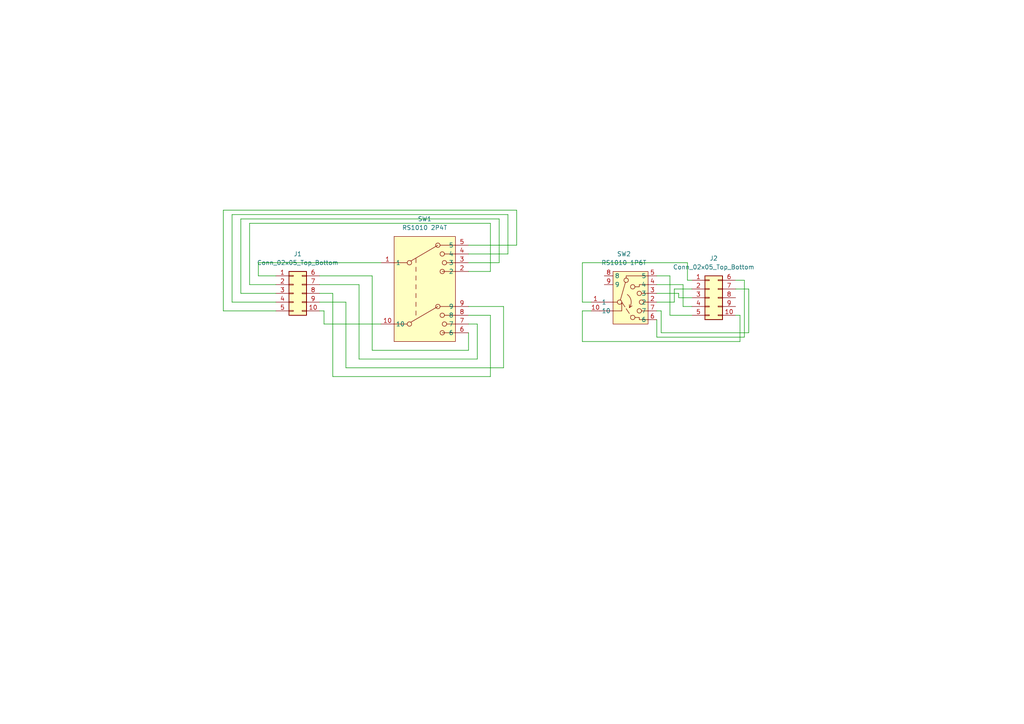
<source format=kicad_sch>
(kicad_sch
	(version 20250114)
	(generator "eeschema")
	(generator_version "9.0")
	(uuid "f76483a3-73b8-4e11-8292-ebc2168d9f77")
	(paper "A4")
	(lib_symbols
		(symbol "Connector_Generic:Conn_02x05_Top_Bottom"
			(pin_names
				(offset 1.016)
				(hide yes)
			)
			(exclude_from_sim no)
			(in_bom yes)
			(on_board yes)
			(property "Reference" "J"
				(at 1.27 7.62 0)
				(effects
					(font
						(size 1.27 1.27)
					)
				)
			)
			(property "Value" "Conn_02x05_Top_Bottom"
				(at 1.27 -7.62 0)
				(effects
					(font
						(size 1.27 1.27)
					)
				)
			)
			(property "Footprint" ""
				(at 0 0 0)
				(effects
					(font
						(size 1.27 1.27)
					)
					(hide yes)
				)
			)
			(property "Datasheet" "~"
				(at 0 0 0)
				(effects
					(font
						(size 1.27 1.27)
					)
					(hide yes)
				)
			)
			(property "Description" "Generic connector, double row, 02x05, top/bottom pin numbering scheme (row 1: 1...pins_per_row, row2: pins_per_row+1 ... num_pins), script generated (kicad-library-utils/schlib/autogen/connector/)"
				(at 0 0 0)
				(effects
					(font
						(size 1.27 1.27)
					)
					(hide yes)
				)
			)
			(property "ki_keywords" "connector"
				(at 0 0 0)
				(effects
					(font
						(size 1.27 1.27)
					)
					(hide yes)
				)
			)
			(property "ki_fp_filters" "Connector*:*_2x??_*"
				(at 0 0 0)
				(effects
					(font
						(size 1.27 1.27)
					)
					(hide yes)
				)
			)
			(symbol "Conn_02x05_Top_Bottom_1_1"
				(rectangle
					(start -1.27 6.35)
					(end 3.81 -6.35)
					(stroke
						(width 0.254)
						(type default)
					)
					(fill
						(type background)
					)
				)
				(rectangle
					(start -1.27 5.207)
					(end 0 4.953)
					(stroke
						(width 0.1524)
						(type default)
					)
					(fill
						(type none)
					)
				)
				(rectangle
					(start -1.27 2.667)
					(end 0 2.413)
					(stroke
						(width 0.1524)
						(type default)
					)
					(fill
						(type none)
					)
				)
				(rectangle
					(start -1.27 0.127)
					(end 0 -0.127)
					(stroke
						(width 0.1524)
						(type default)
					)
					(fill
						(type none)
					)
				)
				(rectangle
					(start -1.27 -2.413)
					(end 0 -2.667)
					(stroke
						(width 0.1524)
						(type default)
					)
					(fill
						(type none)
					)
				)
				(rectangle
					(start -1.27 -4.953)
					(end 0 -5.207)
					(stroke
						(width 0.1524)
						(type default)
					)
					(fill
						(type none)
					)
				)
				(rectangle
					(start 3.81 5.207)
					(end 2.54 4.953)
					(stroke
						(width 0.1524)
						(type default)
					)
					(fill
						(type none)
					)
				)
				(rectangle
					(start 3.81 2.667)
					(end 2.54 2.413)
					(stroke
						(width 0.1524)
						(type default)
					)
					(fill
						(type none)
					)
				)
				(rectangle
					(start 3.81 0.127)
					(end 2.54 -0.127)
					(stroke
						(width 0.1524)
						(type default)
					)
					(fill
						(type none)
					)
				)
				(rectangle
					(start 3.81 -2.413)
					(end 2.54 -2.667)
					(stroke
						(width 0.1524)
						(type default)
					)
					(fill
						(type none)
					)
				)
				(rectangle
					(start 3.81 -4.953)
					(end 2.54 -5.207)
					(stroke
						(width 0.1524)
						(type default)
					)
					(fill
						(type none)
					)
				)
				(pin passive line
					(at -5.08 5.08 0)
					(length 3.81)
					(name "Pin_1"
						(effects
							(font
								(size 1.27 1.27)
							)
						)
					)
					(number "1"
						(effects
							(font
								(size 1.27 1.27)
							)
						)
					)
				)
				(pin passive line
					(at -5.08 2.54 0)
					(length 3.81)
					(name "Pin_2"
						(effects
							(font
								(size 1.27 1.27)
							)
						)
					)
					(number "2"
						(effects
							(font
								(size 1.27 1.27)
							)
						)
					)
				)
				(pin passive line
					(at -5.08 0 0)
					(length 3.81)
					(name "Pin_3"
						(effects
							(font
								(size 1.27 1.27)
							)
						)
					)
					(number "3"
						(effects
							(font
								(size 1.27 1.27)
							)
						)
					)
				)
				(pin passive line
					(at -5.08 -2.54 0)
					(length 3.81)
					(name "Pin_4"
						(effects
							(font
								(size 1.27 1.27)
							)
						)
					)
					(number "4"
						(effects
							(font
								(size 1.27 1.27)
							)
						)
					)
				)
				(pin passive line
					(at -5.08 -5.08 0)
					(length 3.81)
					(name "Pin_5"
						(effects
							(font
								(size 1.27 1.27)
							)
						)
					)
					(number "5"
						(effects
							(font
								(size 1.27 1.27)
							)
						)
					)
				)
				(pin passive line
					(at 7.62 5.08 180)
					(length 3.81)
					(name "Pin_6"
						(effects
							(font
								(size 1.27 1.27)
							)
						)
					)
					(number "6"
						(effects
							(font
								(size 1.27 1.27)
							)
						)
					)
				)
				(pin passive line
					(at 7.62 2.54 180)
					(length 3.81)
					(name "Pin_7"
						(effects
							(font
								(size 1.27 1.27)
							)
						)
					)
					(number "7"
						(effects
							(font
								(size 1.27 1.27)
							)
						)
					)
				)
				(pin passive line
					(at 7.62 0 180)
					(length 3.81)
					(name "Pin_8"
						(effects
							(font
								(size 1.27 1.27)
							)
						)
					)
					(number "8"
						(effects
							(font
								(size 1.27 1.27)
							)
						)
					)
				)
				(pin passive line
					(at 7.62 -2.54 180)
					(length 3.81)
					(name "Pin_9"
						(effects
							(font
								(size 1.27 1.27)
							)
						)
					)
					(number "9"
						(effects
							(font
								(size 1.27 1.27)
							)
						)
					)
				)
				(pin passive line
					(at 7.62 -5.08 180)
					(length 3.81)
					(name "Pin_10"
						(effects
							(font
								(size 1.27 1.27)
							)
						)
					)
					(number "10"
						(effects
							(font
								(size 1.27 1.27)
							)
						)
					)
				)
			)
			(embedded_fonts no)
		)
		(symbol "Przelaczniki:RS1010_1P6T"
			(exclude_from_sim no)
			(in_bom yes)
			(on_board yes)
			(property "Reference" "SW"
				(at 0 0 0)
				(effects
					(font
						(size 1.27 1.27)
					)
				)
			)
			(property "Value" "RS1010 1P6T"
				(at 0 0 0)
				(effects
					(font
						(size 1.27 1.27)
					)
				)
			)
			(property "Footprint" "Przelaczniki:RS1010 1P6T"
				(at 0 0 0)
				(effects
					(font
						(size 1.27 1.27)
					)
					(hide yes)
				)
			)
			(property "Datasheet" ""
				(at 0 0 0)
				(effects
					(font
						(size 1.27 1.27)
					)
					(hide yes)
				)
			)
			(property "Description" ""
				(at 0 0 0)
				(effects
					(font
						(size 1.27 1.27)
					)
					(hide yes)
				)
			)
			(symbol "RS1010_1P6T_0_1"
				(rectangle
					(start -8.89 -3.81)
					(end -5.08 -3.81)
					(stroke
						(width 0)
						(type default)
					)
					(fill
						(type none)
					)
				)
				(polyline
					(pts
						(xy -5.08 -1.27) (xy -8.89 -1.27)
					)
					(stroke
						(width 0)
						(type default)
					)
					(fill
						(type none)
					)
				)
				(polyline
					(pts
						(xy -5.08 -1.27) (xy -3.81 -1.27)
					)
					(stroke
						(width 0)
						(type default)
					)
					(fill
						(type none)
					)
				)
				(circle
					(center -3.175 -1.27)
					(radius 0.635)
					(stroke
						(width 0)
						(type default)
					)
					(fill
						(type none)
					)
				)
				(polyline
					(pts
						(xy -2.9464 -0.6604) (xy -1.4732 4.4704)
					)
					(stroke
						(width 0)
						(type default)
					)
					(fill
						(type none)
					)
				)
				(rectangle
					(start -2.54 -1.27)
					(end -2.54 -3.81)
					(stroke
						(width 0)
						(type default)
					)
					(fill
						(type none)
					)
				)
				(arc
					(start -0.9526 0.9525)
					(mid 0.154 -0.821)
					(end -0.3176 -2.8575)
					(stroke
						(width 0)
						(type default)
					)
					(fill
						(type none)
					)
				)
				(polyline
					(pts
						(xy -2.54 -3.81) (xy -5.08 -3.81)
					)
					(stroke
						(width 0)
						(type default)
					)
					(fill
						(type none)
					)
				)
				(circle
					(center -1.27 5.08)
					(radius 0.635)
					(stroke
						(width 0)
						(type default)
					)
					(fill
						(type none)
					)
				)
				(polyline
					(pts
						(xy -0.3176 -2.8575) (xy -0.3176 -1.9685)
					)
					(stroke
						(width 0)
						(type default)
					)
					(fill
						(type none)
					)
				)
				(polyline
					(pts
						(xy -0.3176 -2.8575) (xy -0.3176 -2.8575)
					)
					(stroke
						(width 0)
						(type default)
					)
					(fill
						(type none)
					)
				)
				(polyline
					(pts
						(xy -0.3176 -2.8575) (xy 0.4444 -2.3495)
					)
					(stroke
						(width 0)
						(type default)
					)
					(fill
						(type none)
					)
				)
				(circle
					(center 0.635 3.175)
					(radius 0.635)
					(stroke
						(width 0)
						(type default)
					)
					(fill
						(type none)
					)
				)
				(circle
					(center 0.635 -5.715)
					(radius 0.635)
					(stroke
						(width 0)
						(type default)
					)
					(fill
						(type none)
					)
				)
				(circle
					(center 2.54 1.27)
					(radius 0.635)
					(stroke
						(width 0)
						(type default)
					)
					(fill
						(type none)
					)
				)
				(circle
					(center 2.54 -3.81)
					(radius 0.635)
					(stroke
						(width 0)
						(type default)
					)
					(fill
						(type none)
					)
				)
				(circle
					(center 3.175 -1.27)
					(radius 0.635)
					(stroke
						(width 0)
						(type default)
					)
					(fill
						(type none)
					)
				)
				(polyline
					(pts
						(xy 5.08 6.35) (xy -1.27 6.35) (xy -1.27 6.35) (xy -1.27 5.715)
					)
					(stroke
						(width 0)
						(type default)
					)
					(fill
						(type none)
					)
				)
				(polyline
					(pts
						(xy 5.08 3.81) (xy 2.54 3.81) (xy 2.54 3.175) (xy 1.27 3.175)
					)
					(stroke
						(width 0)
						(type default)
					)
					(fill
						(type none)
					)
				)
				(polyline
					(pts
						(xy 5.08 1.27) (xy 3.175 1.27)
					)
					(stroke
						(width 0)
						(type default)
					)
					(fill
						(type none)
					)
				)
				(polyline
					(pts
						(xy 5.08 -1.27) (xy 3.81 -1.27)
					)
					(stroke
						(width 0)
						(type default)
					)
					(fill
						(type none)
					)
				)
				(polyline
					(pts
						(xy 5.08 -3.81) (xy 3.175 -3.81)
					)
					(stroke
						(width 0)
						(type default)
					)
					(fill
						(type none)
					)
				)
				(polyline
					(pts
						(xy 5.08 -6.35) (xy 2.54 -6.35) (xy 2.54 -5.715) (xy 1.27 -5.715)
					)
					(stroke
						(width 0)
						(type default)
					)
					(fill
						(type none)
					)
				)
			)
			(symbol "RS1010_1P6T_1_1"
				(polyline
					(pts
						(xy -5.08 7.62) (xy 5.08 7.62) (xy 5.08 -7.62) (xy -5.08 -7.62) (xy -5.08 7.62) (xy -5.08 7.62)
					)
					(stroke
						(width 0)
						(type default)
					)
					(fill
						(type background)
					)
				)
				(polyline
					(pts
						(xy -2.54 -1.27) (xy 0 -5.08)
					)
					(stroke
						(width 0)
						(type dash)
					)
					(fill
						(type none)
					)
				)
				(pin passive line
					(at -11.43 -1.27 0)
					(length 2.54)
					(name "1"
						(effects
							(font
								(size 1.27 1.27)
							)
						)
					)
					(number "1"
						(effects
							(font
								(size 1.27 1.27)
							)
						)
					)
				)
				(pin passive line
					(at -11.43 -3.81 0)
					(length 2.54)
					(name "10"
						(effects
							(font
								(size 1.27 1.27)
							)
						)
					)
					(number "10"
						(effects
							(font
								(size 1.27 1.27)
							)
						)
					)
				)
				(pin passive line
					(at -7.62 6.35 0)
					(length 2.54)
					(name "8"
						(effects
							(font
								(size 1.27 1.27)
							)
						)
					)
					(number "8"
						(effects
							(font
								(size 1.27 1.27)
							)
						)
					)
				)
				(pin passive line
					(at -7.62 3.81 0)
					(length 2.54)
					(name "9"
						(effects
							(font
								(size 1.27 1.27)
							)
						)
					)
					(number "9"
						(effects
							(font
								(size 1.27 1.27)
							)
						)
					)
				)
				(pin passive line
					(at 7.62 6.35 180)
					(length 2.54)
					(name "5"
						(effects
							(font
								(size 1.27 1.27)
							)
						)
					)
					(number "5"
						(effects
							(font
								(size 1.27 1.27)
							)
						)
					)
				)
				(pin passive line
					(at 7.62 3.81 180)
					(length 2.54)
					(name "4"
						(effects
							(font
								(size 1.27 1.27)
							)
						)
					)
					(number "4"
						(effects
							(font
								(size 1.27 1.27)
							)
						)
					)
				)
				(pin passive line
					(at 7.62 1.27 180)
					(length 2.54)
					(name "3"
						(effects
							(font
								(size 1.27 1.27)
							)
						)
					)
					(number "3"
						(effects
							(font
								(size 1.27 1.27)
							)
						)
					)
				)
				(pin passive line
					(at 7.62 -1.27 180)
					(length 2.54)
					(name "2"
						(effects
							(font
								(size 1.27 1.27)
							)
						)
					)
					(number "2"
						(effects
							(font
								(size 1.27 1.27)
							)
						)
					)
				)
				(pin passive line
					(at 7.62 -3.81 180)
					(length 2.54)
					(name "7"
						(effects
							(font
								(size 1.27 1.27)
							)
						)
					)
					(number "7"
						(effects
							(font
								(size 1.27 1.27)
							)
						)
					)
				)
				(pin passive line
					(at 7.62 -6.35 180)
					(length 2.54)
					(name "6"
						(effects
							(font
								(size 1.27 1.27)
							)
						)
					)
					(number "6"
						(effects
							(font
								(size 1.27 1.27)
							)
						)
					)
				)
			)
			(embedded_fonts no)
		)
		(symbol "Przelaczniki:RS1010_2P4T"
			(exclude_from_sim no)
			(in_bom yes)
			(on_board yes)
			(property "Reference" "SW"
				(at 0 0 0)
				(effects
					(font
						(size 1.27 1.27)
					)
				)
			)
			(property "Value" "RS1010 2P4T"
				(at 0 0 0)
				(effects
					(font
						(size 1.27 1.27)
					)
				)
			)
			(property "Footprint" "Przelaczniki:RS1010 2P4T"
				(at 0 0 0)
				(effects
					(font
						(size 1.27 1.27)
					)
					(hide yes)
				)
			)
			(property "Datasheet" ""
				(at 0 0 0)
				(effects
					(font
						(size 1.27 1.27)
					)
					(hide yes)
				)
			)
			(property "Description" ""
				(at 0 0 0)
				(effects
					(font
						(size 1.27 1.27)
					)
					(hide yes)
				)
			)
			(symbol "RS1010_2P4T_0_0"
				(circle
					(center -5.715 6.35)
					(radius 0.635)
					(stroke
						(width 0)
						(type default)
					)
					(fill
						(type none)
					)
				)
				(circle
					(center -5.715 -11.43)
					(radius 0.635)
					(stroke
						(width 0)
						(type default)
					)
					(fill
						(type none)
					)
				)
				(polyline
					(pts
						(xy -5.334 -10.922) (xy 2.54 -6.35)
					)
					(stroke
						(width 0)
						(type default)
					)
					(fill
						(type none)
					)
				)
				(polyline
					(pts
						(xy -5.2832 6.858) (xy 2.54 11.43)
					)
					(stroke
						(width 0)
						(type default)
					)
					(fill
						(type none)
					)
				)
				(polyline
					(pts
						(xy -3.81 6.35) (xy -3.81 7.62)
					)
					(stroke
						(width 0)
						(type default)
					)
					(fill
						(type none)
					)
				)
				(polyline
					(pts
						(xy -3.81 3.81) (xy -3.81 5.08)
					)
					(stroke
						(width 0)
						(type default)
					)
					(fill
						(type none)
					)
				)
				(polyline
					(pts
						(xy -3.81 1.27) (xy -3.81 2.54)
					)
					(stroke
						(width 0)
						(type default)
					)
					(fill
						(type none)
					)
				)
				(polyline
					(pts
						(xy -3.81 -1.27) (xy -3.81 0)
					)
					(stroke
						(width 0)
						(type default)
					)
					(fill
						(type none)
					)
				)
				(polyline
					(pts
						(xy -3.81 -3.81) (xy -3.81 -2.54)
					)
					(stroke
						(width 0)
						(type default)
					)
					(fill
						(type none)
					)
				)
				(polyline
					(pts
						(xy -3.81 -6.35) (xy -3.81 -5.08)
					)
					(stroke
						(width 0)
						(type default)
					)
					(fill
						(type none)
					)
				)
				(polyline
					(pts
						(xy -3.81 -8.89) (xy -3.81 -7.62)
					)
					(stroke
						(width 0)
						(type default)
					)
					(fill
						(type none)
					)
				)
				(circle
					(center 2.54 11.43)
					(radius 0.635)
					(stroke
						(width 0)
						(type default)
					)
					(fill
						(type none)
					)
				)
				(circle
					(center 2.54 -6.35)
					(radius 0.635)
					(stroke
						(width 0)
						(type default)
					)
					(fill
						(type none)
					)
				)
				(polyline
					(pts
						(xy 3.175 11.43) (xy 7.62 11.43)
					)
					(stroke
						(width 0)
						(type default)
					)
					(fill
						(type none)
					)
				)
				(polyline
					(pts
						(xy 3.175 -6.35) (xy 7.62 -6.35)
					)
					(stroke
						(width 0)
						(type default)
					)
					(fill
						(type none)
					)
				)
				(circle
					(center 3.81 8.89)
					(radius 0.635)
					(stroke
						(width 0)
						(type default)
					)
					(fill
						(type none)
					)
				)
				(circle
					(center 3.81 3.81)
					(radius 0.635)
					(stroke
						(width 0)
						(type default)
					)
					(fill
						(type none)
					)
				)
				(circle
					(center 3.81 -8.89)
					(radius 0.635)
					(stroke
						(width 0)
						(type default)
					)
					(fill
						(type none)
					)
				)
				(circle
					(center 3.81 -13.97)
					(radius 0.635)
					(stroke
						(width 0)
						(type default)
					)
					(fill
						(type none)
					)
				)
				(polyline
					(pts
						(xy 4.445 8.89) (xy 7.62 8.89)
					)
					(stroke
						(width 0)
						(type default)
					)
					(fill
						(type none)
					)
				)
				(circle
					(center 4.445 6.35)
					(radius 0.635)
					(stroke
						(width 0)
						(type default)
					)
					(fill
						(type none)
					)
				)
				(polyline
					(pts
						(xy 4.445 -8.89) (xy 7.62 -8.89)
					)
					(stroke
						(width 0)
						(type default)
					)
					(fill
						(type none)
					)
				)
				(circle
					(center 4.445 -11.43)
					(radius 0.635)
					(stroke
						(width 0)
						(type default)
					)
					(fill
						(type none)
					)
				)
				(polyline
					(pts
						(xy 5.08 6.35) (xy 7.62 6.35)
					)
					(stroke
						(width 0)
						(type default)
					)
					(fill
						(type none)
					)
				)
			)
			(symbol "RS1010_2P4T_0_1"
				(rectangle
					(start -10.16 13.97)
					(end 7.62 -16.51)
					(stroke
						(width 0)
						(type default)
					)
					(fill
						(type background)
					)
				)
				(polyline
					(pts
						(xy -6.4008 -11.43) (xy -10.16 -11.43)
					)
					(stroke
						(width 0)
						(type default)
					)
					(fill
						(type none)
					)
				)
				(polyline
					(pts
						(xy -6.35 6.35) (xy -10.16 6.35)
					)
					(stroke
						(width 0)
						(type default)
					)
					(fill
						(type none)
					)
				)
				(polyline
					(pts
						(xy 3.81 3.81) (xy 7.62 3.81)
					)
					(stroke
						(width 0)
						(type default)
					)
					(fill
						(type none)
					)
				)
				(polyline
					(pts
						(xy 3.81 -13.97) (xy 3.81 -13.97)
					)
					(stroke
						(width 0)
						(type default)
					)
					(fill
						(type none)
					)
				)
				(polyline
					(pts
						(xy 5.08 -11.43) (xy 7.62 -11.43)
					)
					(stroke
						(width 0)
						(type default)
					)
					(fill
						(type none)
					)
				)
				(polyline
					(pts
						(xy 7.62 -13.97) (xy 3.81 -13.97)
					)
					(stroke
						(width 0)
						(type default)
					)
					(fill
						(type none)
					)
				)
			)
			(symbol "RS1010_2P4T_1_1"
				(pin passive line
					(at -13.97 6.35 0)
					(length 3.81)
					(name "1"
						(effects
							(font
								(size 1.27 1.27)
							)
						)
					)
					(number "1"
						(effects
							(font
								(size 1.27 1.27)
							)
						)
					)
				)
				(pin passive line
					(at -13.97 -11.43 0)
					(length 3.81)
					(name "10"
						(effects
							(font
								(size 1.27 1.27)
							)
						)
					)
					(number "10"
						(effects
							(font
								(size 1.27 1.27)
							)
						)
					)
				)
				(pin passive line
					(at 11.43 11.43 180)
					(length 3.81)
					(name "5"
						(effects
							(font
								(size 1.27 1.27)
							)
						)
					)
					(number "5"
						(effects
							(font
								(size 1.27 1.27)
							)
						)
					)
				)
				(pin passive line
					(at 11.43 8.89 180)
					(length 3.81)
					(name "4"
						(effects
							(font
								(size 1.27 1.27)
							)
						)
					)
					(number "4"
						(effects
							(font
								(size 1.27 1.27)
							)
						)
					)
				)
				(pin passive line
					(at 11.43 6.35 180)
					(length 3.81)
					(name "3"
						(effects
							(font
								(size 1.27 1.27)
							)
						)
					)
					(number "3"
						(effects
							(font
								(size 1.27 1.27)
							)
						)
					)
				)
				(pin passive line
					(at 11.43 3.81 180)
					(length 3.81)
					(name "2"
						(effects
							(font
								(size 1.27 1.27)
							)
						)
					)
					(number "2"
						(effects
							(font
								(size 1.27 1.27)
							)
						)
					)
				)
				(pin passive line
					(at 11.43 -6.35 180)
					(length 3.81)
					(name "9"
						(effects
							(font
								(size 1.27 1.27)
							)
						)
					)
					(number "9"
						(effects
							(font
								(size 1.27 1.27)
							)
						)
					)
				)
				(pin passive line
					(at 11.43 -8.89 180)
					(length 3.81)
					(name "8"
						(effects
							(font
								(size 1.27 1.27)
							)
						)
					)
					(number "8"
						(effects
							(font
								(size 1.27 1.27)
							)
						)
					)
				)
				(pin passive line
					(at 11.43 -11.43 180)
					(length 3.81)
					(name "7"
						(effects
							(font
								(size 1.27 1.27)
							)
						)
					)
					(number "7"
						(effects
							(font
								(size 1.27 1.27)
							)
						)
					)
				)
				(pin passive line
					(at 11.43 -13.97 180)
					(length 3.81)
					(name "6"
						(effects
							(font
								(size 1.27 1.27)
							)
						)
					)
					(number "6"
						(effects
							(font
								(size 1.27 1.27)
							)
						)
					)
				)
			)
			(embedded_fonts no)
		)
	)
	(wire
		(pts
			(xy 199.39 81.28) (xy 199.39 76.2)
		)
		(stroke
			(width 0)
			(type default)
		)
		(uuid "0239f350-0655-4862-b331-a27e7f985058")
	)
	(wire
		(pts
			(xy 69.85 63.5) (xy 69.85 85.09)
		)
		(stroke
			(width 0)
			(type default)
		)
		(uuid "063f9ec8-faa9-4555-be27-e9c0bae439e8")
	)
	(wire
		(pts
			(xy 92.71 87.63) (xy 100.33 87.63)
		)
		(stroke
			(width 0)
			(type default)
		)
		(uuid "0850d44d-a961-461a-bd1c-6ad46f3a5a36")
	)
	(wire
		(pts
			(xy 196.85 86.36) (xy 200.66 86.36)
		)
		(stroke
			(width 0)
			(type default)
		)
		(uuid "08ae6784-694a-46ae-804d-8dbd58ed141a")
	)
	(wire
		(pts
			(xy 142.24 64.77) (xy 72.39 64.77)
		)
		(stroke
			(width 0)
			(type default)
		)
		(uuid "08cc0bb4-7a12-42fd-bc07-af0bf1cfe341")
	)
	(wire
		(pts
			(xy 64.77 90.17) (xy 80.01 90.17)
		)
		(stroke
			(width 0)
			(type default)
		)
		(uuid "11e544e7-74c5-4269-ae20-97a77cafd460")
	)
	(wire
		(pts
			(xy 191.77 90.17) (xy 191.77 96.52)
		)
		(stroke
			(width 0)
			(type default)
		)
		(uuid "1428f054-dd1c-42f3-bb3e-c4f865d8f82f")
	)
	(wire
		(pts
			(xy 135.89 78.74) (xy 142.24 78.74)
		)
		(stroke
			(width 0)
			(type default)
		)
		(uuid "1674dba2-74b5-4f3e-a94f-1f70b65ed9aa")
	)
	(wire
		(pts
			(xy 92.71 82.55) (xy 104.14 82.55)
		)
		(stroke
			(width 0)
			(type default)
		)
		(uuid "1a1aebe4-aa57-4287-af30-a04835a5d159")
	)
	(wire
		(pts
			(xy 72.39 82.55) (xy 80.01 82.55)
		)
		(stroke
			(width 0)
			(type default)
		)
		(uuid "1a3e7efc-0cb5-4226-9bcc-a4a2dd7a4402")
	)
	(wire
		(pts
			(xy 217.17 96.52) (xy 217.17 83.82)
		)
		(stroke
			(width 0)
			(type default)
		)
		(uuid "2054e6c8-2c42-4f3e-899b-89f3c68651dc")
	)
	(wire
		(pts
			(xy 168.91 76.2) (xy 168.91 87.63)
		)
		(stroke
			(width 0)
			(type default)
		)
		(uuid "2718b108-407d-4f96-83be-50ee0f9c99d8")
	)
	(wire
		(pts
			(xy 74.93 80.01) (xy 80.01 80.01)
		)
		(stroke
			(width 0)
			(type default)
		)
		(uuid "271c0aba-394f-4e14-8a0c-de1729a25ac0")
	)
	(wire
		(pts
			(xy 135.89 101.6) (xy 135.89 96.52)
		)
		(stroke
			(width 0)
			(type default)
		)
		(uuid "28703654-30f8-4d1b-8ca5-e8723a3cead3")
	)
	(wire
		(pts
			(xy 196.85 85.09) (xy 196.85 86.36)
		)
		(stroke
			(width 0)
			(type default)
		)
		(uuid "2919d342-d3be-435d-9acd-d337e5619aa3")
	)
	(wire
		(pts
			(xy 67.31 87.63) (xy 80.01 87.63)
		)
		(stroke
			(width 0)
			(type default)
		)
		(uuid "315c40ce-4dfa-4975-810a-1f6936eefadf")
	)
	(wire
		(pts
			(xy 144.78 63.5) (xy 69.85 63.5)
		)
		(stroke
			(width 0)
			(type default)
		)
		(uuid "33e5d36e-9664-4078-8921-29975f6a6b93")
	)
	(wire
		(pts
			(xy 168.91 90.17) (xy 168.91 99.06)
		)
		(stroke
			(width 0)
			(type default)
		)
		(uuid "3f44d566-6c8a-426d-9fc1-a8f20e97fe53")
	)
	(wire
		(pts
			(xy 96.52 85.09) (xy 96.52 109.22)
		)
		(stroke
			(width 0)
			(type default)
		)
		(uuid "44b99893-956d-4c2c-bf5a-a20a28ddc3da")
	)
	(wire
		(pts
			(xy 149.86 71.12) (xy 149.86 60.96)
		)
		(stroke
			(width 0)
			(type default)
		)
		(uuid "486bfdcf-04dd-4c1a-acab-d05cdd5db634")
	)
	(wire
		(pts
			(xy 198.12 82.55) (xy 198.12 88.9)
		)
		(stroke
			(width 0)
			(type default)
		)
		(uuid "50b34420-e9c9-4d26-a32c-00cf8f72c51d")
	)
	(wire
		(pts
			(xy 190.5 82.55) (xy 198.12 82.55)
		)
		(stroke
			(width 0)
			(type default)
		)
		(uuid "52342996-292c-4113-899f-54b460689497")
	)
	(wire
		(pts
			(xy 190.5 97.79) (xy 215.9 97.79)
		)
		(stroke
			(width 0)
			(type default)
		)
		(uuid "53a9b1e5-9206-49eb-9130-3fe9de2e18aa")
	)
	(wire
		(pts
			(xy 104.14 104.14) (xy 138.43 104.14)
		)
		(stroke
			(width 0)
			(type default)
		)
		(uuid "563203bc-1caf-4764-b470-20a95a8af6c6")
	)
	(wire
		(pts
			(xy 142.24 109.22) (xy 142.24 91.44)
		)
		(stroke
			(width 0)
			(type default)
		)
		(uuid "586fef08-7f4d-4b16-aaf1-e0d1caaf6aac")
	)
	(wire
		(pts
			(xy 142.24 78.74) (xy 142.24 64.77)
		)
		(stroke
			(width 0)
			(type default)
		)
		(uuid "59b75076-6e93-49fe-9890-4a2841ed76a5")
	)
	(wire
		(pts
			(xy 67.31 62.23) (xy 67.31 87.63)
		)
		(stroke
			(width 0)
			(type default)
		)
		(uuid "63783c9d-b1b0-48b5-8035-9177be9b1c32")
	)
	(wire
		(pts
			(xy 200.66 81.28) (xy 199.39 81.28)
		)
		(stroke
			(width 0)
			(type default)
		)
		(uuid "687cf8a6-6289-436a-8c97-6a014771dbe7")
	)
	(wire
		(pts
			(xy 194.31 80.01) (xy 194.31 91.44)
		)
		(stroke
			(width 0)
			(type default)
		)
		(uuid "6bd40c50-91bd-4a12-98b3-5a49a73a7944")
	)
	(wire
		(pts
			(xy 92.71 80.01) (xy 107.95 80.01)
		)
		(stroke
			(width 0)
			(type default)
		)
		(uuid "6cf82454-006d-4891-8ef2-17a6a69bbfd7")
	)
	(wire
		(pts
			(xy 135.89 88.9) (xy 146.05 88.9)
		)
		(stroke
			(width 0)
			(type default)
		)
		(uuid "6d415f56-8469-4c3f-b29b-2b8798a8adcc")
	)
	(wire
		(pts
			(xy 69.85 85.09) (xy 80.01 85.09)
		)
		(stroke
			(width 0)
			(type default)
		)
		(uuid "6d48082a-dd00-45b3-be0e-e1880bb6baa3")
	)
	(wire
		(pts
			(xy 190.5 85.09) (xy 196.85 85.09)
		)
		(stroke
			(width 0)
			(type default)
		)
		(uuid "706989c4-726f-4b6a-9d7a-0db2275d8839")
	)
	(wire
		(pts
			(xy 147.32 73.66) (xy 147.32 62.23)
		)
		(stroke
			(width 0)
			(type default)
		)
		(uuid "737defed-8de0-403d-bae9-506d42c19a84")
	)
	(wire
		(pts
			(xy 93.98 90.17) (xy 92.71 90.17)
		)
		(stroke
			(width 0)
			(type default)
		)
		(uuid "79af774e-ec8d-4572-9de2-22a54748d74a")
	)
	(wire
		(pts
			(xy 217.17 83.82) (xy 213.36 83.82)
		)
		(stroke
			(width 0)
			(type default)
		)
		(uuid "7a41582d-3f4f-4d2f-90d7-8ac9de32b950")
	)
	(wire
		(pts
			(xy 138.43 104.14) (xy 138.43 93.98)
		)
		(stroke
			(width 0)
			(type default)
		)
		(uuid "7bbb1ebd-0b43-4699-a16e-53f2d81afaf8")
	)
	(wire
		(pts
			(xy 147.32 62.23) (xy 67.31 62.23)
		)
		(stroke
			(width 0)
			(type default)
		)
		(uuid "80a51880-3659-4f86-b49a-6dbfc6ed4a1f")
	)
	(wire
		(pts
			(xy 190.5 80.01) (xy 194.31 80.01)
		)
		(stroke
			(width 0)
			(type default)
		)
		(uuid "821689ee-f9e4-4284-86f6-d45bb6bb6c38")
	)
	(wire
		(pts
			(xy 107.95 80.01) (xy 107.95 101.6)
		)
		(stroke
			(width 0)
			(type default)
		)
		(uuid "82fd97f6-50e0-42e7-bf80-591cd8ad2cb4")
	)
	(wire
		(pts
			(xy 146.05 106.68) (xy 146.05 88.9)
		)
		(stroke
			(width 0)
			(type default)
		)
		(uuid "831ca370-a0d1-4a7b-8dc0-67b7490b605a")
	)
	(wire
		(pts
			(xy 138.43 93.98) (xy 135.89 93.98)
		)
		(stroke
			(width 0)
			(type default)
		)
		(uuid "8497dc40-53a0-4e5b-a711-d1fe119024e3")
	)
	(wire
		(pts
			(xy 135.89 71.12) (xy 149.86 71.12)
		)
		(stroke
			(width 0)
			(type default)
		)
		(uuid "8c99d1be-b47c-4377-8115-49660eb77b6f")
	)
	(wire
		(pts
			(xy 74.93 76.2) (xy 74.93 80.01)
		)
		(stroke
			(width 0)
			(type default)
		)
		(uuid "900ed282-81e5-4491-8fdf-6be20167fb0e")
	)
	(wire
		(pts
			(xy 72.39 64.77) (xy 72.39 82.55)
		)
		(stroke
			(width 0)
			(type default)
		)
		(uuid "98261127-89ba-4c42-9d16-31ed46e6d100")
	)
	(wire
		(pts
			(xy 100.33 87.63) (xy 100.33 106.68)
		)
		(stroke
			(width 0)
			(type default)
		)
		(uuid "9a37c3d6-6e65-4452-aad2-884ab01df4b6")
	)
	(wire
		(pts
			(xy 190.5 92.71) (xy 190.5 97.79)
		)
		(stroke
			(width 0)
			(type default)
		)
		(uuid "a42b6ddf-447e-44d1-9815-368873e8d3f0")
	)
	(wire
		(pts
			(xy 214.63 91.44) (xy 213.36 91.44)
		)
		(stroke
			(width 0)
			(type default)
		)
		(uuid "a55c7a88-c9af-4f8d-a57d-aff0af51bf4f")
	)
	(wire
		(pts
			(xy 135.89 76.2) (xy 144.78 76.2)
		)
		(stroke
			(width 0)
			(type default)
		)
		(uuid "a5b402a6-2796-452b-8040-85c7e7f35051")
	)
	(wire
		(pts
			(xy 135.89 91.44) (xy 142.24 91.44)
		)
		(stroke
			(width 0)
			(type default)
		)
		(uuid "a78bccb3-db76-42e4-bce6-b57d86e34c47")
	)
	(wire
		(pts
			(xy 100.33 106.68) (xy 146.05 106.68)
		)
		(stroke
			(width 0)
			(type default)
		)
		(uuid "abe75fa2-0a98-4603-825c-c29ee10a657a")
	)
	(wire
		(pts
			(xy 93.98 93.98) (xy 110.49 93.98)
		)
		(stroke
			(width 0)
			(type default)
		)
		(uuid "ae781a95-3550-4a59-903c-6048639c2f28")
	)
	(wire
		(pts
			(xy 168.91 99.06) (xy 214.63 99.06)
		)
		(stroke
			(width 0)
			(type default)
		)
		(uuid "aec08b61-25f0-42c6-b8ad-d68e5a43bd33")
	)
	(wire
		(pts
			(xy 135.89 73.66) (xy 147.32 73.66)
		)
		(stroke
			(width 0)
			(type default)
		)
		(uuid "b84151b8-30e7-4fa1-a432-cade557dd87f")
	)
	(wire
		(pts
			(xy 92.71 85.09) (xy 96.52 85.09)
		)
		(stroke
			(width 0)
			(type default)
		)
		(uuid "ba49f86d-e978-4449-8498-713b8dbb40e5")
	)
	(wire
		(pts
			(xy 190.5 87.63) (xy 195.58 87.63)
		)
		(stroke
			(width 0)
			(type default)
		)
		(uuid "bac51bec-b608-4aee-9fe4-42478162ea6d")
	)
	(wire
		(pts
			(xy 144.78 76.2) (xy 144.78 63.5)
		)
		(stroke
			(width 0)
			(type default)
		)
		(uuid "bd968709-28cb-4152-861a-e3c85be575ac")
	)
	(wire
		(pts
			(xy 215.9 81.28) (xy 213.36 81.28)
		)
		(stroke
			(width 0)
			(type default)
		)
		(uuid "bf4387be-4a39-4aa8-837d-4bbe19f976be")
	)
	(wire
		(pts
			(xy 190.5 90.17) (xy 191.77 90.17)
		)
		(stroke
			(width 0)
			(type default)
		)
		(uuid "c0bc6e37-cfa0-4967-9417-72512c394930")
	)
	(wire
		(pts
			(xy 64.77 60.96) (xy 64.77 90.17)
		)
		(stroke
			(width 0)
			(type default)
		)
		(uuid "c3bdb720-f37c-45ee-8ee6-111661c018a5")
	)
	(wire
		(pts
			(xy 171.45 90.17) (xy 168.91 90.17)
		)
		(stroke
			(width 0)
			(type default)
		)
		(uuid "c41bede1-604a-4343-ad6a-7f52fa612240")
	)
	(wire
		(pts
			(xy 104.14 82.55) (xy 104.14 104.14)
		)
		(stroke
			(width 0)
			(type default)
		)
		(uuid "caa8e2d1-05af-411d-9372-337a1dcba0cd")
	)
	(wire
		(pts
			(xy 191.77 96.52) (xy 217.17 96.52)
		)
		(stroke
			(width 0)
			(type default)
		)
		(uuid "cc6d2e0e-209b-4ce2-9645-156c462a450b")
	)
	(wire
		(pts
			(xy 168.91 76.2) (xy 199.39 76.2)
		)
		(stroke
			(width 0)
			(type default)
		)
		(uuid "d176d146-486c-4ad5-b736-cc43258e4b8d")
	)
	(wire
		(pts
			(xy 96.52 109.22) (xy 142.24 109.22)
		)
		(stroke
			(width 0)
			(type default)
		)
		(uuid "d2668cd2-f1a1-441b-998a-ed9b3059a43b")
	)
	(wire
		(pts
			(xy 215.9 97.79) (xy 215.9 81.28)
		)
		(stroke
			(width 0)
			(type default)
		)
		(uuid "d3eeb937-23bd-4331-aa46-6445e5e8c72d")
	)
	(wire
		(pts
			(xy 194.31 91.44) (xy 200.66 91.44)
		)
		(stroke
			(width 0)
			(type default)
		)
		(uuid "d9789a18-0663-472f-8a54-b9689b57e5df")
	)
	(wire
		(pts
			(xy 149.86 60.96) (xy 64.77 60.96)
		)
		(stroke
			(width 0)
			(type default)
		)
		(uuid "daa0abc7-a623-4271-b729-8bb4dccb3023")
	)
	(wire
		(pts
			(xy 110.49 76.2) (xy 74.93 76.2)
		)
		(stroke
			(width 0)
			(type default)
		)
		(uuid "e21224cf-ad37-4d72-ba41-c370218f3867")
	)
	(wire
		(pts
			(xy 93.98 90.17) (xy 93.98 93.98)
		)
		(stroke
			(width 0)
			(type default)
		)
		(uuid "e240719a-f05d-48c5-b8fe-1910995e4ad6")
	)
	(wire
		(pts
			(xy 195.58 87.63) (xy 195.58 83.82)
		)
		(stroke
			(width 0)
			(type default)
		)
		(uuid "e6efbbfd-33af-4d25-98ea-e2a3e7c58d1f")
	)
	(wire
		(pts
			(xy 214.63 99.06) (xy 214.63 91.44)
		)
		(stroke
			(width 0)
			(type default)
		)
		(uuid "ec0661f4-2f68-46cb-a12e-2e57cee7580a")
	)
	(wire
		(pts
			(xy 107.95 101.6) (xy 135.89 101.6)
		)
		(stroke
			(width 0)
			(type default)
		)
		(uuid "ee02e86b-6251-4c44-83fc-ad25480b8796")
	)
	(wire
		(pts
			(xy 198.12 88.9) (xy 200.66 88.9)
		)
		(stroke
			(width 0)
			(type default)
		)
		(uuid "f1652783-618a-473a-9641-f119bc251cc1")
	)
	(wire
		(pts
			(xy 195.58 83.82) (xy 200.66 83.82)
		)
		(stroke
			(width 0)
			(type default)
		)
		(uuid "f29db542-93f1-4191-8974-427ad316e4fd")
	)
	(wire
		(pts
			(xy 168.91 87.63) (xy 171.45 87.63)
		)
		(stroke
			(width 0)
			(type default)
		)
		(uuid "f2ccc476-f2e3-40ab-aa5d-7e596b324c2f")
	)
	(symbol
		(lib_id "Connector_Generic:Conn_02x05_Top_Bottom")
		(at 205.74 86.36 0)
		(unit 1)
		(exclude_from_sim no)
		(in_bom yes)
		(on_board yes)
		(dnp no)
		(fields_autoplaced yes)
		(uuid "0ad38180-241f-45fd-b53c-1ec4606fd11c")
		(property "Reference" "J2"
			(at 207.01 74.93 0)
			(effects
				(font
					(size 1.27 1.27)
				)
			)
		)
		(property "Value" "Conn_02x05_Top_Bottom"
			(at 207.01 77.47 0)
			(effects
				(font
					(size 1.27 1.27)
				)
			)
		)
		(property "Footprint" "Connector_JST:JST_PHD_B10B-PHDSS_2x05_P2.00mm_Vertical"
			(at 205.74 86.36 0)
			(effects
				(font
					(size 1.27 1.27)
				)
				(hide yes)
			)
		)
		(property "Datasheet" "~"
			(at 205.74 86.36 0)
			(effects
				(font
					(size 1.27 1.27)
				)
				(hide yes)
			)
		)
		(property "Description" "Generic connector, double row, 02x05, top/bottom pin numbering scheme (row 1: 1...pins_per_row, row2: pins_per_row+1 ... num_pins), script generated (kicad-library-utils/schlib/autogen/connector/)"
			(at 205.74 86.36 0)
			(effects
				(font
					(size 1.27 1.27)
				)
				(hide yes)
			)
		)
		(pin "4"
			(uuid "f46244c5-217e-4ce6-9b9f-385ecea79fb2")
		)
		(pin "10"
			(uuid "f9b99a8e-1a2c-498c-9931-e5cb79469684")
		)
		(pin "5"
			(uuid "67f78c39-f065-467e-bc2f-81e277e08962")
		)
		(pin "9"
			(uuid "079bc54b-935d-4a3d-a24a-ff19ae4fe71c")
		)
		(pin "8"
			(uuid "fd775643-6606-4e92-a779-de8fd54b7538")
		)
		(pin "1"
			(uuid "7b5f9afa-457f-4637-8931-a8740090c67d")
		)
		(pin "3"
			(uuid "9f51e38c-3f55-42b4-a8a9-ef22cb4131f9")
		)
		(pin "6"
			(uuid "9412cb68-8af0-4538-b461-0115fa6c4fc3")
		)
		(pin "2"
			(uuid "d8ec470e-74d6-4aac-a83e-e376a8c9b579")
		)
		(pin "7"
			(uuid "a84a8a46-e3ed-407e-9a28-be0ca97d6e90")
		)
		(instances
			(project ""
				(path "/f76483a3-73b8-4e11-8292-ebc2168d9f77"
					(reference "J2")
					(unit 1)
				)
			)
		)
	)
	(symbol
		(lib_id "Connector_Generic:Conn_02x05_Top_Bottom")
		(at 85.09 85.09 0)
		(unit 1)
		(exclude_from_sim no)
		(in_bom yes)
		(on_board yes)
		(dnp no)
		(fields_autoplaced yes)
		(uuid "31ff8f81-cccf-43b9-b0ae-048c24abbe27")
		(property "Reference" "J1"
			(at 86.36 73.66 0)
			(effects
				(font
					(size 1.27 1.27)
				)
			)
		)
		(property "Value" "Conn_02x05_Top_Bottom"
			(at 86.36 76.2 0)
			(effects
				(font
					(size 1.27 1.27)
				)
			)
		)
		(property "Footprint" "Connector_JST:JST_PHD_B10B-PHDSS_2x05_P2.00mm_Vertical"
			(at 85.09 85.09 0)
			(effects
				(font
					(size 1.27 1.27)
				)
				(hide yes)
			)
		)
		(property "Datasheet" "~"
			(at 85.09 85.09 0)
			(effects
				(font
					(size 1.27 1.27)
				)
				(hide yes)
			)
		)
		(property "Description" "Generic connector, double row, 02x05, top/bottom pin numbering scheme (row 1: 1...pins_per_row, row2: pins_per_row+1 ... num_pins), script generated (kicad-library-utils/schlib/autogen/connector/)"
			(at 85.09 85.09 0)
			(effects
				(font
					(size 1.27 1.27)
				)
				(hide yes)
			)
		)
		(pin "4"
			(uuid "f46244c5-217e-4ce6-9b9f-385ecea79fb2")
		)
		(pin "10"
			(uuid "f9b99a8e-1a2c-498c-9931-e5cb79469684")
		)
		(pin "5"
			(uuid "67f78c39-f065-467e-bc2f-81e277e08962")
		)
		(pin "9"
			(uuid "079bc54b-935d-4a3d-a24a-ff19ae4fe71c")
		)
		(pin "8"
			(uuid "fd775643-6606-4e92-a779-de8fd54b7538")
		)
		(pin "1"
			(uuid "7b5f9afa-457f-4637-8931-a8740090c67d")
		)
		(pin "3"
			(uuid "9f51e38c-3f55-42b4-a8a9-ef22cb4131f9")
		)
		(pin "6"
			(uuid "9412cb68-8af0-4538-b461-0115fa6c4fc3")
		)
		(pin "2"
			(uuid "d8ec470e-74d6-4aac-a83e-e376a8c9b579")
		)
		(pin "7"
			(uuid "a84a8a46-e3ed-407e-9a28-be0ca97d6e90")
		)
		(instances
			(project ""
				(path "/f76483a3-73b8-4e11-8292-ebc2168d9f77"
					(reference "J1")
					(unit 1)
				)
			)
		)
	)
	(symbol
		(lib_id "Przelaczniki:RS1010_1P6T")
		(at 182.88 86.36 0)
		(unit 1)
		(exclude_from_sim no)
		(in_bom yes)
		(on_board yes)
		(dnp no)
		(fields_autoplaced yes)
		(uuid "3c6cb243-23d6-4e9f-8269-e088ced47ac6")
		(property "Reference" "SW2"
			(at 180.975 73.66 0)
			(effects
				(font
					(size 1.27 1.27)
				)
			)
		)
		(property "Value" "RS1010 1P6T"
			(at 180.975 76.2 0)
			(effects
				(font
					(size 1.27 1.27)
				)
			)
		)
		(property "Footprint" "Przelaczniki:RS1010 1P6T"
			(at 182.88 86.36 0)
			(effects
				(font
					(size 1.27 1.27)
				)
				(hide yes)
			)
		)
		(property "Datasheet" ""
			(at 182.88 86.36 0)
			(effects
				(font
					(size 1.27 1.27)
				)
				(hide yes)
			)
		)
		(property "Description" ""
			(at 182.88 86.36 0)
			(effects
				(font
					(size 1.27 1.27)
				)
				(hide yes)
			)
		)
		(pin "10"
			(uuid "780b5ebb-a9d9-4201-80bd-537fa0bf92f9")
		)
		(pin "1"
			(uuid "7e942b20-d98a-47df-a8ee-b0ef67279256")
		)
		(pin "8"
			(uuid "10a9e39c-b8d8-44f1-b022-2d054590c94b")
		)
		(pin "5"
			(uuid "32bff2f1-deaa-4ca3-96a8-a13c13fe8e5e")
		)
		(pin "2"
			(uuid "2290bff7-57da-4099-bb68-53de643ba1ea")
		)
		(pin "3"
			(uuid "82fd5014-0d3a-4526-9621-7d27d6056836")
		)
		(pin "6"
			(uuid "dacadc1f-1fff-4b51-a8b3-9012b1a4ffa2")
		)
		(pin "9"
			(uuid "cf10d4de-4eff-4179-82a0-d0ede704d6f5")
		)
		(pin "4"
			(uuid "a04588dc-dc6a-435e-aca1-9f212688c616")
		)
		(pin "7"
			(uuid "3cab6e84-2135-41fa-8220-221711bb7f3f")
		)
		(instances
			(project ""
				(path "/f76483a3-73b8-4e11-8292-ebc2168d9f77"
					(reference "SW2")
					(unit 1)
				)
			)
		)
	)
	(symbol
		(lib_id "Przelaczniki:RS1010_2P4T")
		(at 124.46 82.55 0)
		(unit 1)
		(exclude_from_sim no)
		(in_bom yes)
		(on_board yes)
		(dnp no)
		(fields_autoplaced yes)
		(uuid "3fc9ceef-9be5-4391-9073-001273893198")
		(property "Reference" "SW1"
			(at 123.19 63.5 0)
			(effects
				(font
					(size 1.27 1.27)
				)
			)
		)
		(property "Value" "RS1010 2P4T"
			(at 123.19 66.04 0)
			(effects
				(font
					(size 1.27 1.27)
				)
			)
		)
		(property "Footprint" "Przelaczniki:RS1010 2P4T"
			(at 124.46 82.55 0)
			(effects
				(font
					(size 1.27 1.27)
				)
				(hide yes)
			)
		)
		(property "Datasheet" ""
			(at 124.46 82.55 0)
			(effects
				(font
					(size 1.27 1.27)
				)
				(hide yes)
			)
		)
		(property "Description" ""
			(at 124.46 82.55 0)
			(effects
				(font
					(size 1.27 1.27)
				)
				(hide yes)
			)
		)
		(pin "10"
			(uuid "9330d92a-087f-4ca2-95b5-d105b1f4652d")
		)
		(pin "4"
			(uuid "978385d3-f02b-4332-ad21-7c86b4e917b6")
		)
		(pin "6"
			(uuid "fcd15572-88e2-4f4c-8708-8226afb1069d")
		)
		(pin "3"
			(uuid "1df40880-4809-4e8e-8e58-6c5f800a45cb")
		)
		(pin "7"
			(uuid "1078fcec-3036-4b89-842b-5f951c0d5814")
		)
		(pin "2"
			(uuid "82704793-60e8-407d-8f30-d13e269d2903")
		)
		(pin "5"
			(uuid "520ed954-81ec-4c33-8190-40fbc70818d6")
		)
		(pin "8"
			(uuid "8bc303d8-f6c3-4df2-a4f2-e46ebee30c8f")
		)
		(pin "1"
			(uuid "a84937ed-27f3-446b-b182-af151b53192a")
		)
		(pin "9"
			(uuid "a8b95d17-8fdf-41a2-9498-e12a41298d08")
		)
		(instances
			(project ""
				(path "/f76483a3-73b8-4e11-8292-ebc2168d9f77"
					(reference "SW1")
					(unit 1)
				)
			)
		)
	)
	(sheet_instances
		(path "/"
			(page "1")
		)
	)
	(embedded_fonts no)
)

</source>
